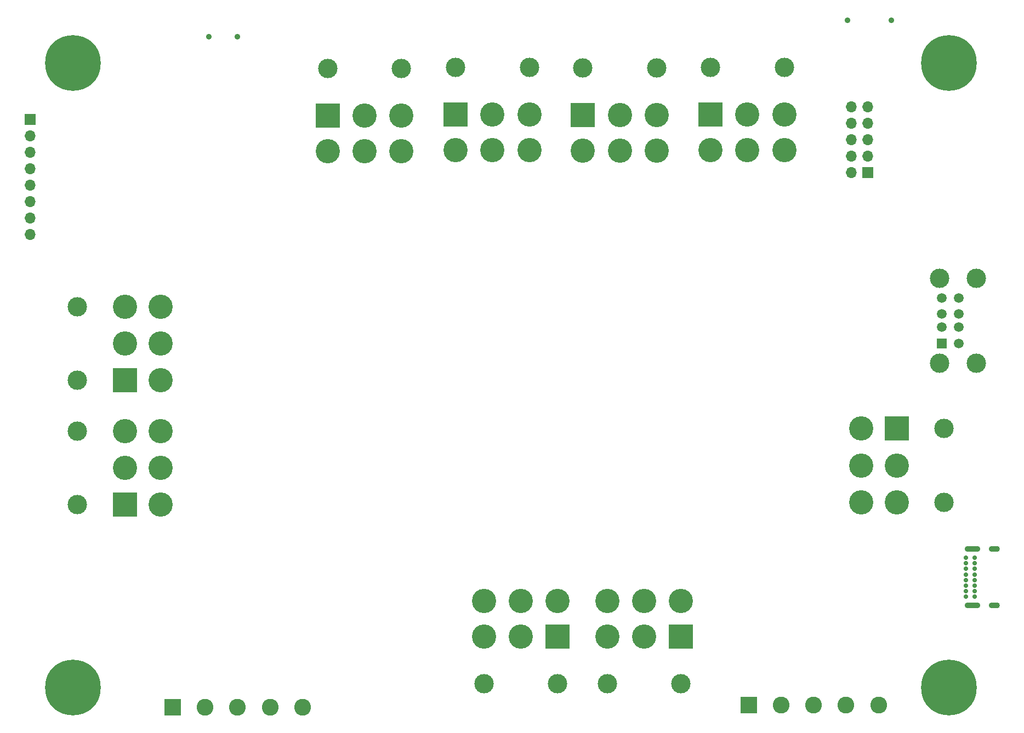
<source format=gbr>
%TF.GenerationSoftware,KiCad,Pcbnew,7.0.7*%
%TF.CreationDate,2024-02-07T15:25:18-06:00*%
%TF.ProjectId,stm32f429z,73746d33-3266-4343-9239-7a2e6b696361,rev?*%
%TF.SameCoordinates,Original*%
%TF.FileFunction,Soldermask,Bot*%
%TF.FilePolarity,Negative*%
%FSLAX46Y46*%
G04 Gerber Fmt 4.6, Leading zero omitted, Abs format (unit mm)*
G04 Created by KiCad (PCBNEW 7.0.7) date 2024-02-07 15:25:18*
%MOMM*%
%LPD*%
G01*
G04 APERTURE LIST*
%ADD10R,1.500000X1.500000*%
%ADD11C,1.500000*%
%ADD12C,3.000000*%
%ADD13R,3.750000X3.750000*%
%ADD14C,3.750000*%
%ADD15R,1.700000X1.700000*%
%ADD16O,1.700000X1.700000*%
%ADD17R,2.600000X2.600000*%
%ADD18C,2.600000*%
%ADD19C,0.900000*%
%ADD20C,0.700000*%
%ADD21O,2.400000X0.900000*%
%ADD22O,1.700000X0.900000*%
%ADD23C,8.600000*%
G04 APERTURE END LIST*
D10*
%TO.C,J6*%
X211048000Y-88844000D03*
D11*
X211048000Y-86344000D03*
X211048000Y-84344000D03*
X211048000Y-81844000D03*
X213668000Y-88844000D03*
X213668000Y-86344000D03*
X213668000Y-84344000D03*
X213668000Y-81844000D03*
D12*
X210698000Y-91914000D03*
X216378000Y-91914000D03*
X210698000Y-78774000D03*
X216378000Y-78774000D03*
%TD*%
%TO.C,J1*%
X170800000Y-141480000D03*
X159400000Y-141480000D03*
D13*
X170800000Y-134180000D03*
D14*
X165100000Y-134180000D03*
X159400000Y-134180000D03*
X170800000Y-128680000D03*
X165100000Y-128680000D03*
X159400000Y-128680000D03*
%TD*%
D15*
%TO.C,J8*%
X199613750Y-62487500D03*
D16*
X197073750Y-62487500D03*
X199613750Y-59947500D03*
X197073750Y-59947500D03*
X199613750Y-57407500D03*
X197073750Y-57407500D03*
X199613750Y-54867500D03*
X197073750Y-54867500D03*
X199613750Y-52327500D03*
X197073750Y-52327500D03*
%TD*%
D17*
%TO.C,J16*%
X92315000Y-145085000D03*
D18*
X97315000Y-145085000D03*
X102315000Y-145085000D03*
X107315000Y-145085000D03*
X112315000Y-145085000D03*
%TD*%
D12*
%TO.C,J3*%
X77595000Y-113793750D03*
X77595000Y-102393750D03*
D13*
X84895000Y-113793750D03*
D14*
X84895000Y-108093750D03*
X84895000Y-102393750D03*
X90395000Y-113793750D03*
X90395000Y-108093750D03*
X90395000Y-102393750D03*
%TD*%
D19*
%TO.C,SW1*%
X203298000Y-38938200D03*
X196498000Y-38938200D03*
%TD*%
D17*
%TO.C,J15*%
X181295000Y-144780000D03*
D18*
X186295000Y-144780000D03*
X191295000Y-144780000D03*
X196295000Y-144780000D03*
X201295000Y-144780000D03*
%TD*%
D12*
%TO.C,J2*%
X151750000Y-141480000D03*
X140350000Y-141480000D03*
D13*
X151750000Y-134180000D03*
D14*
X146050000Y-134180000D03*
X140350000Y-134180000D03*
X151750000Y-128680000D03*
X146050000Y-128680000D03*
X140350000Y-128680000D03*
%TD*%
D12*
%TO.C,J10*%
X175340000Y-46227500D03*
X186740000Y-46227500D03*
D13*
X175340000Y-53527500D03*
D14*
X181040000Y-53527500D03*
X186740000Y-53527500D03*
X175340000Y-59027500D03*
X181040000Y-59027500D03*
X186740000Y-59027500D03*
%TD*%
D20*
%TO.C,P2*%
X214825000Y-127975000D03*
X214825000Y-127125000D03*
X214825000Y-126275000D03*
X214825000Y-125425000D03*
X214825000Y-124575000D03*
X214825000Y-123725000D03*
X214825000Y-122875000D03*
X214825000Y-122025000D03*
X216175000Y-122025000D03*
X216175000Y-122875000D03*
X216175000Y-123725000D03*
X216175000Y-124575000D03*
X216175000Y-125425000D03*
X216175000Y-126275000D03*
X216175000Y-127125000D03*
X216175000Y-127975000D03*
D21*
X215805000Y-129325000D03*
D22*
X219185000Y-129325000D03*
D21*
X215805000Y-120675000D03*
D22*
X219185000Y-120675000D03*
%TD*%
D12*
%TO.C,J5*%
X77595000Y-94600000D03*
X77595000Y-83200000D03*
D13*
X84895000Y-94600000D03*
D14*
X84895000Y-88900000D03*
X84895000Y-83200000D03*
X90395000Y-94600000D03*
X90395000Y-88900000D03*
X90395000Y-83200000D03*
%TD*%
D15*
%TO.C,J12*%
X70232500Y-54232500D03*
D16*
X70232500Y-56772500D03*
X70232500Y-59312500D03*
X70232500Y-61852500D03*
X70232500Y-64392500D03*
X70232500Y-66932500D03*
X70232500Y-69472500D03*
X70232500Y-72012500D03*
%TD*%
D12*
%TO.C,J7*%
X211395000Y-102031250D03*
X211395000Y-113431250D03*
D13*
X204095000Y-102031250D03*
D14*
X204095000Y-107731250D03*
X204095000Y-113431250D03*
X198595000Y-102031250D03*
X198595000Y-107731250D03*
X198595000Y-113431250D03*
%TD*%
D19*
%TO.C,H3*%
X208930000Y-45501250D03*
X209874581Y-43220831D03*
X209874581Y-47781669D03*
X212155000Y-42276250D03*
D23*
X212155000Y-45501250D03*
D19*
X212155000Y-48726250D03*
X214435419Y-43220831D03*
X214435419Y-47781669D03*
X215380000Y-45501250D03*
%TD*%
D12*
%TO.C,J4*%
X135970000Y-46227500D03*
X147370000Y-46227500D03*
D13*
X135970000Y-53527500D03*
D14*
X141670000Y-53527500D03*
X147370000Y-53527500D03*
X135970000Y-59027500D03*
X141670000Y-59027500D03*
X147370000Y-59027500D03*
%TD*%
D19*
%TO.C,H2*%
X73675000Y-142021250D03*
X74619581Y-139740831D03*
X74619581Y-144301669D03*
X76900000Y-138796250D03*
D23*
X76900000Y-142021250D03*
D19*
X76900000Y-145246250D03*
X79180419Y-139740831D03*
X79180419Y-144301669D03*
X80125000Y-142021250D03*
%TD*%
%TO.C,H1*%
X73675000Y-45501250D03*
X74619581Y-43220831D03*
X74619581Y-47781669D03*
X76900000Y-42276250D03*
D23*
X76900000Y-45501250D03*
D19*
X76900000Y-48726250D03*
X79180419Y-43220831D03*
X79180419Y-47781669D03*
X80125000Y-45501250D03*
%TD*%
D12*
%TO.C,J14*%
X116220000Y-46355000D03*
X127620000Y-46355000D03*
D13*
X116220000Y-53655000D03*
D14*
X121920000Y-53655000D03*
X127620000Y-53655000D03*
X116220000Y-59155000D03*
X121920000Y-59155000D03*
X127620000Y-59155000D03*
%TD*%
D19*
%TO.C,H4*%
X208930000Y-142021250D03*
X209874581Y-139740831D03*
X209874581Y-144301669D03*
X212155000Y-138796250D03*
D23*
X212155000Y-142021250D03*
D19*
X212155000Y-145246250D03*
X214435419Y-139740831D03*
X214435419Y-144301669D03*
X215380000Y-142021250D03*
%TD*%
%TO.C,J13*%
X102300000Y-41446250D03*
X97900000Y-41446250D03*
%TD*%
D12*
%TO.C,J11*%
X155655000Y-46261250D03*
X167055000Y-46261250D03*
D13*
X155655000Y-53561250D03*
D14*
X161355000Y-53561250D03*
X167055000Y-53561250D03*
X155655000Y-59061250D03*
X161355000Y-59061250D03*
X167055000Y-59061250D03*
%TD*%
M02*

</source>
